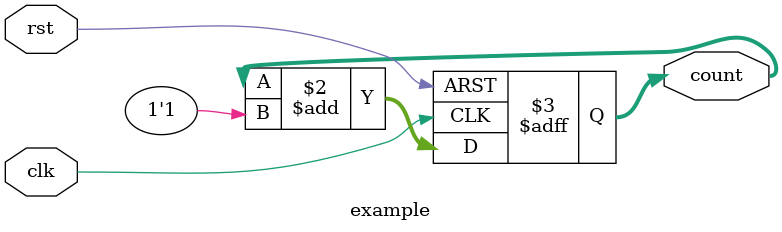
<source format=v>
module example(input clk, input rst, output reg [7:0] count); always @(posedge clk or posedge rst) begin if (rst) count <= 8'b0; else count <= count + 1'b1; end endmodule

</source>
